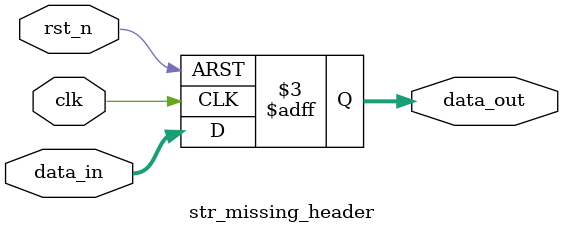
<source format=sv>

module str_missing_header(
  input wire clk,
  input wire rst_n,
  input wire [7:0] data_in,
  output logic [7:0] data_out
);
  // Violation: No header comment explaining module purpose, parameters, or interfaces
  // Should have:
  // //============================================================================
  // // Module: str_missing_header
  // // Description: <purpose>
  // // Parameters: <list>
  // // Interfaces: <description>
  // //============================================================================
  
  always_ff @(posedge clk or negedge rst_n) begin
    if (!rst_n) begin
      data_out <= 8'h00;
    end else begin
      data_out <= data_in;
    end
  end
endmodule


</source>
